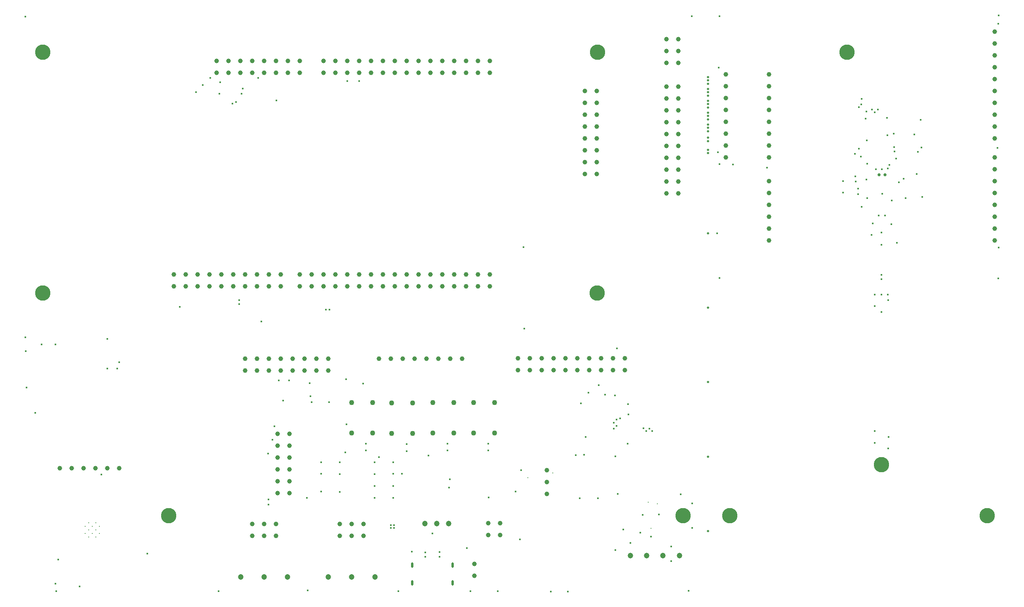
<source format=gbr>
%TF.GenerationSoftware,KiCad,Pcbnew,9.0.2*%
%TF.CreationDate,2025-06-04T21:18:03+02:00*%
%TF.ProjectId,voicemail-box,766f6963-656d-4616-996c-2d626f782e6b,rev?*%
%TF.SameCoordinates,Original*%
%TF.FileFunction,Plated,1,4,PTH,Mixed*%
%TF.FilePolarity,Positive*%
%FSLAX46Y46*%
G04 Gerber Fmt 4.6, Leading zero omitted, Abs format (unit mm)*
G04 Created by KiCad (PCBNEW 9.0.2) date 2025-06-04 21:18:03*
%MOMM*%
%LPD*%
G01*
G04 APERTURE LIST*
%TA.AperFunction,ComponentDrill*%
%ADD10C,0.200000*%
%TD*%
%TA.AperFunction,ViaDrill*%
%ADD11C,0.300000*%
%TD*%
%TA.AperFunction,ViaDrill*%
%ADD12C,0.400000*%
%TD*%
%TA.AperFunction,ViaDrill*%
%ADD13C,0.500000*%
%TD*%
G04 aperture for slot hole*
%TA.AperFunction,ComponentDrill*%
%ADD14C,0.500000*%
%TD*%
%TA.AperFunction,ComponentDrill*%
%ADD15C,0.650000*%
%TD*%
%TA.AperFunction,ComponentDrill*%
%ADD16C,1.000000*%
%TD*%
%TA.AperFunction,ComponentDrill*%
%ADD17C,1.100000*%
%TD*%
%TA.AperFunction,ComponentDrill*%
%ADD18C,1.200000*%
%TD*%
%TA.AperFunction,ViaDrill*%
%ADD19C,3.300000*%
%TD*%
G04 APERTURE END LIST*
D10*
%TO.C,U301*%
X47180000Y-127317500D03*
X47180000Y-128842500D03*
X47942500Y-126555000D03*
X47942500Y-128080000D03*
X47942500Y-129605000D03*
X48705000Y-127317500D03*
X48705000Y-128842500D03*
X49467500Y-126555000D03*
X49467500Y-128080000D03*
X49467500Y-129605000D03*
X50230000Y-127317500D03*
X50230000Y-128842500D03*
%TD*%
D11*
X141800000Y-116900000D03*
X147119058Y-115900000D03*
X167500000Y-122130000D03*
X168100000Y-127762500D03*
X169505394Y-122521719D03*
D12*
X34350000Y-18150000D03*
X34350000Y-86850000D03*
X34400000Y-89800000D03*
X34650000Y-97600000D03*
X36500000Y-103000000D03*
X37800000Y-88350000D03*
X40780000Y-88400000D03*
X40800000Y-139578750D03*
X40950000Y-141200000D03*
X41370000Y-134430000D03*
X45943750Y-140200000D03*
X50600000Y-116190000D03*
X51900000Y-87156250D03*
X51900000Y-93556250D03*
X54000000Y-93556250D03*
X54400000Y-92170000D03*
X60443750Y-133195000D03*
X67400000Y-80356250D03*
X70855678Y-34400000D03*
X72300000Y-32800000D03*
X73900000Y-31350000D03*
X75700000Y-141200000D03*
X75856250Y-34700000D03*
X76000000Y-32250000D03*
X78625448Y-36802000D03*
X79400000Y-36500000D03*
X80066951Y-79699320D03*
X80100000Y-78900000D03*
X80543750Y-34700000D03*
X80850000Y-33600000D03*
X84100000Y-31300000D03*
X84800000Y-83500000D03*
X86250000Y-111750000D03*
X86309863Y-121529000D03*
X86350000Y-122686880D03*
X87200000Y-108750000D03*
X87600000Y-105900000D03*
X88000000Y-36143750D03*
X88500000Y-96042000D03*
X89456196Y-100400000D03*
X90750000Y-96050000D03*
X94593750Y-121200000D03*
X94750000Y-141050000D03*
X95150000Y-96700000D03*
X95350000Y-99450000D03*
X95600000Y-100756250D03*
X97606250Y-113600000D03*
X97606250Y-116100000D03*
X97606250Y-119900000D03*
X98600000Y-80900000D03*
X99300000Y-100756250D03*
X99400000Y-80900000D03*
X101550000Y-113600000D03*
X101550000Y-116150000D03*
X101550000Y-119950000D03*
X102750000Y-111450000D03*
X102950000Y-95850000D03*
X103000000Y-105500000D03*
X103150000Y-31950000D03*
X105700000Y-31950000D03*
X106600000Y-96800000D03*
X107193750Y-109600000D03*
X107193750Y-111100000D03*
X109050000Y-113600000D03*
X109050000Y-116150000D03*
X109050000Y-118700000D03*
X109050000Y-121200000D03*
X110000000Y-112512500D03*
X112500000Y-127050000D03*
X112500000Y-127700000D03*
X112981250Y-118700000D03*
X112993750Y-113600000D03*
X112993750Y-116100000D03*
X112993750Y-121200000D03*
X113150000Y-127700000D03*
X113170000Y-127050000D03*
X114100000Y-141250000D03*
X114900000Y-116050000D03*
X115893750Y-109700000D03*
X115893750Y-111200000D03*
X117000000Y-132743750D03*
X119881274Y-132882433D03*
X119900000Y-133800000D03*
X120550000Y-112150000D03*
X121400000Y-128856250D03*
X122900000Y-132800000D03*
X122900000Y-133800000D03*
X124593750Y-109600000D03*
X124593750Y-111100000D03*
X124943750Y-119000000D03*
X125100000Y-117237500D03*
X128743750Y-132000000D03*
X129500000Y-141250000D03*
X133293750Y-109600000D03*
X133293750Y-111100000D03*
X133400000Y-121100000D03*
X135350000Y-141200000D03*
X139156250Y-119900000D03*
X140120000Y-130130000D03*
X140356250Y-115300000D03*
X140888909Y-67511091D03*
X141000000Y-85000000D03*
X146700000Y-141300000D03*
X150350000Y-141300000D03*
X152010000Y-112110000D03*
X152856250Y-121300000D03*
X153156140Y-101017610D03*
X153800000Y-112000000D03*
X154156250Y-108200000D03*
X154772500Y-98701250D03*
X156770000Y-121320000D03*
X156982815Y-97067185D03*
X158300000Y-99100000D03*
X160198194Y-106377064D03*
X160200000Y-105100000D03*
X160400000Y-99300000D03*
X160500000Y-112343750D03*
X160520000Y-132400000D03*
X160725000Y-105775000D03*
X160800000Y-104500000D03*
X160860000Y-89260000D03*
X161056250Y-120400000D03*
X161485361Y-104195395D03*
X162180000Y-127970000D03*
X163100000Y-109600000D03*
X163243750Y-101200000D03*
X163300000Y-103400000D03*
X163710000Y-130840000D03*
X165810000Y-128710000D03*
X166356250Y-124875000D03*
X166525000Y-106325000D03*
X167125000Y-106925000D03*
X167800000Y-106400000D03*
X168100000Y-129556250D03*
X168402064Y-106926806D03*
X169843750Y-124800000D03*
X172450000Y-131600000D03*
X172460000Y-134740000D03*
X174443750Y-120438250D03*
X176200000Y-141150000D03*
X176850000Y-18100000D03*
X176950000Y-122450000D03*
X176950000Y-127650000D03*
X182300000Y-64600000D03*
X182400000Y-47250000D03*
X182600000Y-29100000D03*
X182750000Y-18100000D03*
X182750000Y-49800000D03*
X182750000Y-74150000D03*
X185650000Y-49850000D03*
X192950000Y-50550000D03*
X209176577Y-53442066D03*
X209200000Y-55887500D03*
X211696287Y-47590184D03*
X211810000Y-52400000D03*
X211900000Y-53500000D03*
X212435000Y-55000000D03*
X212435000Y-56200000D03*
X212549998Y-37600000D03*
X212610000Y-46425000D03*
X213001472Y-48185000D03*
X213099778Y-37018841D03*
X213160000Y-58900000D03*
X213206786Y-35798000D03*
X214000000Y-40026000D03*
X214200000Y-53100000D03*
X214207000Y-38475000D03*
X214292500Y-44675000D03*
X214338095Y-57034129D03*
X214353471Y-49710000D03*
X215300000Y-64900000D03*
X215408000Y-38093199D03*
X215500000Y-62500000D03*
X215953000Y-80176000D03*
X215959900Y-77676000D03*
X215964500Y-106926000D03*
X215969000Y-109444000D03*
X215989159Y-38642979D03*
X216234000Y-50899527D03*
X216609000Y-38103201D03*
X216810000Y-60775000D03*
X217380000Y-73510000D03*
X217380000Y-74400000D03*
X217400000Y-64450000D03*
X217410000Y-77685000D03*
X217425000Y-67025000D03*
X217426000Y-81426000D03*
X217485000Y-50900000D03*
X217550000Y-56125000D03*
X218185000Y-60775000D03*
X218550000Y-39900000D03*
X218650000Y-43550000D03*
X218735100Y-77676000D03*
X218794864Y-50686634D03*
X218858000Y-78926000D03*
X218860000Y-110685000D03*
X218890000Y-108150000D03*
X219114479Y-49953251D03*
X219500000Y-62650000D03*
X219609119Y-57576000D03*
X220050000Y-43250000D03*
X220135000Y-46085000D03*
X220183788Y-47083629D03*
X220534265Y-48550735D03*
X220725000Y-66600000D03*
X221134265Y-53702560D03*
X222150000Y-52900000D03*
X222566248Y-57063918D03*
X224450000Y-43450000D03*
X224955735Y-51869265D03*
X225235000Y-47150000D03*
X225750000Y-40300000D03*
X225950000Y-46250000D03*
X226110000Y-56800000D03*
X242250000Y-46300000D03*
X242350000Y-74250000D03*
X242400000Y-19750000D03*
X242450000Y-17950000D03*
X242450000Y-67650000D03*
D13*
X180300000Y-31130000D03*
X180300000Y-31850000D03*
X180300000Y-32570000D03*
X180300000Y-33670000D03*
X180300000Y-34400000D03*
X180300000Y-35110000D03*
X180300000Y-36180000D03*
X180300000Y-36900000D03*
X180300000Y-37620000D03*
X180300000Y-38730000D03*
X180300000Y-39450000D03*
X180300000Y-40170000D03*
X180300000Y-41280000D03*
X180300000Y-42000000D03*
X180300000Y-42720000D03*
X180300000Y-44100000D03*
X180300000Y-44820000D03*
X180300000Y-46680000D03*
X180300000Y-47400000D03*
X180300000Y-64600000D03*
X180300000Y-80500000D03*
X180300000Y-96450000D03*
X180300000Y-112450000D03*
X180300000Y-128350000D03*
D14*
%TO.C,J701*%
X117080000Y-135950000D02*
X117080000Y-135250000D01*
X117080000Y-139750000D02*
X117080000Y-139050000D01*
X125720000Y-135950000D02*
X125720000Y-135250000D01*
X125720000Y-139750000D02*
X125720000Y-139050000D01*
D15*
%TO.C,J501*%
X216900000Y-52040000D03*
X218170000Y-52040000D03*
D16*
%TO.C,J303*%
X41760000Y-114900000D03*
X44300000Y-114900000D03*
X46840000Y-114900000D03*
X49380000Y-114900000D03*
X51920000Y-114900000D03*
X54460000Y-114900000D03*
%TO.C,CN204*%
X66101992Y-73357497D03*
X66101992Y-75897497D03*
X68641992Y-73357497D03*
X68641992Y-75897497D03*
X71181992Y-73357497D03*
X71181992Y-75897497D03*
X73721992Y-73357497D03*
X73721992Y-75897497D03*
%TO.C,CN202*%
X75245992Y-27637497D03*
X75245992Y-30177497D03*
%TO.C,CN204*%
X76261992Y-73357497D03*
X76261992Y-75897497D03*
%TO.C,CN202*%
X77785992Y-27637497D03*
X77785992Y-30177497D03*
%TO.C,CN204*%
X78801992Y-73357497D03*
X78801992Y-75897497D03*
%TO.C,CN202*%
X80325992Y-27637497D03*
X80325992Y-30177497D03*
%TO.C,J103*%
X81320000Y-91400000D03*
X81320000Y-93940000D03*
%TO.C,CN204*%
X81341992Y-73357497D03*
X81341992Y-75897497D03*
%TO.C,J803*%
X82860000Y-126810000D03*
X82860000Y-129350000D03*
%TO.C,CN202*%
X82865992Y-27637497D03*
X82865992Y-30177497D03*
%TO.C,J103*%
X83860000Y-91400000D03*
X83860000Y-93940000D03*
%TO.C,CN204*%
X83881992Y-73357497D03*
X83881992Y-75897497D03*
%TO.C,J803*%
X85400000Y-126810000D03*
X85400000Y-129350000D03*
%TO.C,CN202*%
X85405992Y-27637497D03*
X85405992Y-30177497D03*
%TO.C,J103*%
X86400000Y-91400000D03*
X86400000Y-93940000D03*
%TO.C,CN204*%
X86421992Y-73357497D03*
X86421992Y-75897497D03*
%TO.C,J803*%
X87940000Y-126810000D03*
X87940000Y-129350000D03*
%TO.C,CN202*%
X87945992Y-27637497D03*
X87945992Y-30177497D03*
%TO.C,J301*%
X88310000Y-107483880D03*
X88310000Y-110023880D03*
X88310000Y-112563880D03*
X88310000Y-115103880D03*
X88310000Y-117643880D03*
X88310000Y-120183880D03*
%TO.C,J103*%
X88940000Y-91400000D03*
X88940000Y-93940000D03*
%TO.C,CN204*%
X88961992Y-73357497D03*
X88961992Y-75897497D03*
%TO.C,CN202*%
X90485992Y-27637497D03*
X90485992Y-30177497D03*
%TO.C,J301*%
X90850000Y-107483880D03*
X90850000Y-110023880D03*
X90850000Y-112563880D03*
X90850000Y-115103880D03*
X90850000Y-117643880D03*
X90850000Y-120183880D03*
%TO.C,J103*%
X91480000Y-91400000D03*
X91480000Y-93940000D03*
%TO.C,CN202*%
X93025992Y-27637497D03*
X93025992Y-30177497D03*
%TO.C,CN205*%
X93025992Y-73357497D03*
X93025992Y-75897497D03*
%TO.C,J103*%
X94020000Y-91400000D03*
X94020000Y-93940000D03*
%TO.C,CN205*%
X95565992Y-73357497D03*
X95565992Y-75897497D03*
%TO.C,J103*%
X96560000Y-91400000D03*
X96560000Y-93940000D03*
%TO.C,CN203*%
X98105992Y-27637497D03*
X98105992Y-30177497D03*
%TO.C,CN205*%
X98105992Y-73357497D03*
X98105992Y-75897497D03*
%TO.C,J103*%
X99100000Y-91400000D03*
X99100000Y-93940000D03*
%TO.C,CN203*%
X100645992Y-27637497D03*
X100645992Y-30177497D03*
%TO.C,CN205*%
X100645992Y-73357497D03*
X100645992Y-75897497D03*
%TO.C,J802*%
X101560000Y-126810000D03*
X101560000Y-129350000D03*
%TO.C,CN203*%
X103185992Y-27637497D03*
X103185992Y-30177497D03*
%TO.C,CN205*%
X103185992Y-73357497D03*
X103185992Y-75897497D03*
%TO.C,J802*%
X104100000Y-126810000D03*
X104100000Y-129350000D03*
%TO.C,CN203*%
X105725992Y-27637497D03*
X105725992Y-30177497D03*
%TO.C,CN205*%
X105725992Y-73357497D03*
X105725992Y-75897497D03*
%TO.C,J802*%
X106640000Y-126810000D03*
X106640000Y-129350000D03*
%TO.C,CN203*%
X108265992Y-27637497D03*
X108265992Y-30177497D03*
%TO.C,CN205*%
X108265992Y-73357497D03*
X108265992Y-75897497D03*
%TO.C,J801*%
X110000000Y-91400000D03*
%TO.C,CN203*%
X110805992Y-27637497D03*
X110805992Y-30177497D03*
%TO.C,CN205*%
X110805992Y-73357497D03*
X110805992Y-75897497D03*
%TO.C,J801*%
X112540000Y-91400000D03*
%TO.C,CN203*%
X113345992Y-27637497D03*
X113345992Y-30177497D03*
%TO.C,CN205*%
X113345992Y-73357497D03*
X113345992Y-75897497D03*
%TO.C,J801*%
X115080000Y-91400000D03*
%TO.C,CN203*%
X115885992Y-27637497D03*
X115885992Y-30177497D03*
%TO.C,CN205*%
X115885992Y-73357497D03*
X115885992Y-75897497D03*
%TO.C,J801*%
X117620000Y-91400000D03*
%TO.C,CN203*%
X118425992Y-27637497D03*
X118425992Y-30177497D03*
%TO.C,CN205*%
X118425992Y-73357497D03*
X118425992Y-75897497D03*
%TO.C,J801*%
X120160000Y-91400000D03*
%TO.C,CN203*%
X120965992Y-27637497D03*
X120965992Y-30177497D03*
%TO.C,CN205*%
X120965992Y-73357497D03*
X120965992Y-75897497D03*
%TO.C,J801*%
X122700000Y-91400000D03*
%TO.C,CN203*%
X123505992Y-27637497D03*
X123505992Y-30177497D03*
%TO.C,CN205*%
X123505992Y-73357497D03*
X123505992Y-75897497D03*
%TO.C,J801*%
X125240000Y-91400000D03*
%TO.C,CN203*%
X126045992Y-27637497D03*
X126045992Y-30177497D03*
%TO.C,CN205*%
X126045992Y-73357497D03*
X126045992Y-75897497D03*
%TO.C,J801*%
X127780000Y-91400000D03*
%TO.C,CN203*%
X128585992Y-27637497D03*
X128585992Y-30177497D03*
%TO.C,CN205*%
X128585992Y-73357497D03*
X128585992Y-75897497D03*
%TO.C,MK601*%
X130350000Y-135385000D03*
X130350000Y-137925000D03*
%TO.C,CN203*%
X131125992Y-27637497D03*
X131125992Y-30177497D03*
%TO.C,CN205*%
X131125992Y-73357497D03*
X131125992Y-75897497D03*
%TO.C,J601*%
X133335000Y-126635000D03*
X133335000Y-129175000D03*
%TO.C,CN203*%
X133665992Y-27637497D03*
X133665992Y-30177497D03*
%TO.C,CN205*%
X133665992Y-73357497D03*
X133665992Y-75897497D03*
%TO.C,J601*%
X135875000Y-126635000D03*
X135875000Y-129175000D03*
%TO.C,J104*%
X139640000Y-91300000D03*
X139640000Y-93840000D03*
X142180000Y-91300000D03*
X142180000Y-93840000D03*
X144720000Y-91300000D03*
X144720000Y-93840000D03*
%TO.C,J604*%
X145900000Y-115320000D03*
X145900000Y-117860000D03*
X145900000Y-120400000D03*
%TO.C,J104*%
X147260000Y-91300000D03*
X147260000Y-93840000D03*
X149800000Y-91300000D03*
X149800000Y-93840000D03*
X152340000Y-91300000D03*
X152340000Y-93840000D03*
%TO.C,CN201*%
X154000000Y-34120000D03*
X154000000Y-36660000D03*
X154000000Y-39200000D03*
X154000000Y-41740000D03*
X154000000Y-44280000D03*
X154000000Y-46820000D03*
X154000000Y-49360000D03*
X154000000Y-51900000D03*
%TO.C,J104*%
X154880000Y-91300000D03*
X154880000Y-93840000D03*
%TO.C,CN201*%
X156540000Y-34120000D03*
X156540000Y-36660000D03*
X156540000Y-39200000D03*
X156540000Y-41740000D03*
X156540000Y-44280000D03*
X156540000Y-46820000D03*
X156540000Y-49360000D03*
X156540000Y-51900000D03*
%TO.C,J104*%
X157420000Y-91300000D03*
X157420000Y-93840000D03*
X159960000Y-91300000D03*
X159960000Y-93840000D03*
X162500000Y-91300000D03*
X162500000Y-93840000D03*
%TO.C,J102*%
X171470000Y-23020000D03*
X171470000Y-25560000D03*
X171470000Y-28100000D03*
%TO.C,J106*%
X171470000Y-33180000D03*
X171470000Y-35720000D03*
X171470000Y-38260000D03*
X171470000Y-40800000D03*
X171470000Y-43340000D03*
X171470000Y-45880000D03*
X171470000Y-48420000D03*
X171470000Y-50960000D03*
X171470000Y-53500000D03*
X171470000Y-56040000D03*
%TO.C,J102*%
X174010000Y-23020000D03*
X174010000Y-25560000D03*
X174010000Y-28100000D03*
%TO.C,J106*%
X174010000Y-33180000D03*
X174010000Y-35720000D03*
X174010000Y-38260000D03*
X174010000Y-40800000D03*
X174010000Y-43340000D03*
X174010000Y-45880000D03*
X174010000Y-48420000D03*
X174010000Y-50960000D03*
X174010000Y-53500000D03*
X174010000Y-56040000D03*
%TO.C,J105*%
X184130000Y-30580000D03*
X184130000Y-33120000D03*
X184130000Y-35660000D03*
X184130000Y-38200000D03*
X184130000Y-40740000D03*
X184130000Y-43280000D03*
X184130000Y-45820000D03*
X184130000Y-48360000D03*
%TO.C,A101*%
X193400000Y-30580000D03*
X193400000Y-33120000D03*
X193400000Y-35660000D03*
X193400000Y-38200000D03*
X193400000Y-40740000D03*
X193400000Y-43280000D03*
X193400000Y-45820000D03*
X193400000Y-48360000D03*
X193400000Y-53440000D03*
X193400000Y-55980000D03*
X193400000Y-58520000D03*
X193400000Y-61060000D03*
X193400000Y-63600000D03*
X193400000Y-66140000D03*
X241660000Y-21440000D03*
X241660000Y-23980000D03*
X241660000Y-26520000D03*
X241660000Y-29060000D03*
X241660000Y-31600000D03*
X241660000Y-34140000D03*
X241660000Y-36680000D03*
X241660000Y-39220000D03*
X241660000Y-41760000D03*
X241660000Y-44300000D03*
X241660000Y-48360000D03*
X241660000Y-50900000D03*
X241660000Y-53440000D03*
X241660000Y-55980000D03*
X241660000Y-58520000D03*
X241660000Y-61060000D03*
X241660000Y-63600000D03*
X241660000Y-66140000D03*
D17*
%TO.C,SW801*%
X104100000Y-100800000D03*
X104100000Y-107300000D03*
X108600000Y-100800000D03*
X108600000Y-107300000D03*
%TO.C,SW802*%
X112700000Y-100900000D03*
X112700000Y-107400000D03*
X117200000Y-100900000D03*
X117200000Y-107400000D03*
%TO.C,SW803*%
X121500000Y-100800000D03*
X121500000Y-107300000D03*
X126000000Y-100800000D03*
X126000000Y-107300000D03*
%TO.C,SW804*%
X130200000Y-100800000D03*
X130200000Y-107300000D03*
X134700000Y-100800000D03*
X134700000Y-107300000D03*
D18*
%TO.C,RV802*%
X80400000Y-138200000D03*
X85400000Y-138200000D03*
X90400000Y-138200000D03*
%TO.C,RV801*%
X99100000Y-138200000D03*
X104100000Y-138200000D03*
X109100000Y-138200000D03*
%TO.C,U701*%
X119820000Y-126697500D03*
X122360000Y-126697500D03*
X124900000Y-126697500D03*
%TO.C,J603*%
X163705000Y-133567500D03*
X167205000Y-133567500D03*
X170705000Y-133567500D03*
X174205000Y-133567500D03*
%TD*%
D19*
X38050000Y-25800000D03*
X38050000Y-77400000D03*
X65000000Y-125000000D03*
X156650000Y-77400000D03*
X156700000Y-25800000D03*
X175000000Y-125000000D03*
X185000000Y-125000000D03*
X210000000Y-25800000D03*
X217410000Y-114144000D03*
X240000000Y-125000000D03*
M02*

</source>
